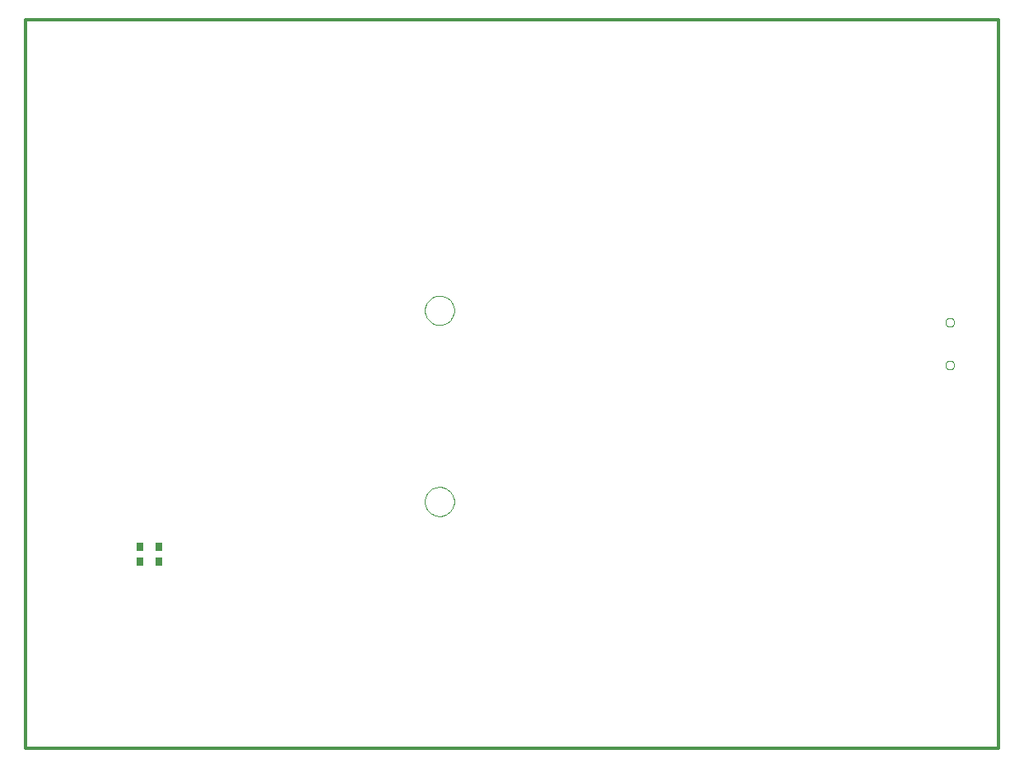
<source format=gbp>
G75*
G70*
%OFA0B0*%
%FSLAX24Y24*%
%IPPOS*%
%LPD*%
%AMOC8*
5,1,8,0,0,1.08239X$1,22.5*
%
%ADD10C,0.0120*%
%ADD11C,0.0000*%
%ADD12R,0.0315X0.0354*%
D10*
X002176Y005651D02*
X002176Y035179D01*
X041546Y035179D01*
X041546Y005651D01*
X002176Y005651D01*
D11*
X018335Y015651D02*
X018337Y015699D01*
X018343Y015747D01*
X018353Y015794D01*
X018366Y015840D01*
X018384Y015885D01*
X018404Y015929D01*
X018429Y015971D01*
X018457Y016010D01*
X018487Y016047D01*
X018521Y016081D01*
X018558Y016113D01*
X018596Y016142D01*
X018637Y016167D01*
X018680Y016189D01*
X018725Y016207D01*
X018771Y016221D01*
X018818Y016232D01*
X018866Y016239D01*
X018914Y016242D01*
X018962Y016241D01*
X019010Y016236D01*
X019058Y016227D01*
X019104Y016215D01*
X019149Y016198D01*
X019193Y016178D01*
X019235Y016155D01*
X019275Y016128D01*
X019313Y016098D01*
X019348Y016065D01*
X019380Y016029D01*
X019410Y015991D01*
X019436Y015950D01*
X019458Y015907D01*
X019478Y015863D01*
X019493Y015818D01*
X019505Y015771D01*
X019513Y015723D01*
X019517Y015675D01*
X019517Y015627D01*
X019513Y015579D01*
X019505Y015531D01*
X019493Y015484D01*
X019478Y015439D01*
X019458Y015395D01*
X019436Y015352D01*
X019410Y015311D01*
X019380Y015273D01*
X019348Y015237D01*
X019313Y015204D01*
X019275Y015174D01*
X019235Y015147D01*
X019193Y015124D01*
X019149Y015104D01*
X019104Y015087D01*
X019058Y015075D01*
X019010Y015066D01*
X018962Y015061D01*
X018914Y015060D01*
X018866Y015063D01*
X018818Y015070D01*
X018771Y015081D01*
X018725Y015095D01*
X018680Y015113D01*
X018637Y015135D01*
X018596Y015160D01*
X018558Y015189D01*
X018521Y015221D01*
X018487Y015255D01*
X018457Y015292D01*
X018429Y015331D01*
X018404Y015373D01*
X018384Y015417D01*
X018366Y015462D01*
X018353Y015508D01*
X018343Y015555D01*
X018337Y015603D01*
X018335Y015651D01*
X018335Y023401D02*
X018337Y023449D01*
X018343Y023497D01*
X018353Y023544D01*
X018366Y023590D01*
X018384Y023635D01*
X018404Y023679D01*
X018429Y023721D01*
X018457Y023760D01*
X018487Y023797D01*
X018521Y023831D01*
X018558Y023863D01*
X018596Y023892D01*
X018637Y023917D01*
X018680Y023939D01*
X018725Y023957D01*
X018771Y023971D01*
X018818Y023982D01*
X018866Y023989D01*
X018914Y023992D01*
X018962Y023991D01*
X019010Y023986D01*
X019058Y023977D01*
X019104Y023965D01*
X019149Y023948D01*
X019193Y023928D01*
X019235Y023905D01*
X019275Y023878D01*
X019313Y023848D01*
X019348Y023815D01*
X019380Y023779D01*
X019410Y023741D01*
X019436Y023700D01*
X019458Y023657D01*
X019478Y023613D01*
X019493Y023568D01*
X019505Y023521D01*
X019513Y023473D01*
X019517Y023425D01*
X019517Y023377D01*
X019513Y023329D01*
X019505Y023281D01*
X019493Y023234D01*
X019478Y023189D01*
X019458Y023145D01*
X019436Y023102D01*
X019410Y023061D01*
X019380Y023023D01*
X019348Y022987D01*
X019313Y022954D01*
X019275Y022924D01*
X019235Y022897D01*
X019193Y022874D01*
X019149Y022854D01*
X019104Y022837D01*
X019058Y022825D01*
X019010Y022816D01*
X018962Y022811D01*
X018914Y022810D01*
X018866Y022813D01*
X018818Y022820D01*
X018771Y022831D01*
X018725Y022845D01*
X018680Y022863D01*
X018637Y022885D01*
X018596Y022910D01*
X018558Y022939D01*
X018521Y022971D01*
X018487Y023005D01*
X018457Y023042D01*
X018429Y023081D01*
X018404Y023123D01*
X018384Y023167D01*
X018366Y023212D01*
X018353Y023258D01*
X018343Y023305D01*
X018337Y023353D01*
X018335Y023401D01*
X039414Y022917D02*
X039416Y022943D01*
X039422Y022969D01*
X039432Y022994D01*
X039445Y023017D01*
X039461Y023037D01*
X039481Y023055D01*
X039503Y023070D01*
X039526Y023082D01*
X039552Y023090D01*
X039578Y023094D01*
X039604Y023094D01*
X039630Y023090D01*
X039656Y023082D01*
X039680Y023070D01*
X039701Y023055D01*
X039721Y023037D01*
X039737Y023017D01*
X039750Y022994D01*
X039760Y022969D01*
X039766Y022943D01*
X039768Y022917D01*
X039766Y022891D01*
X039760Y022865D01*
X039750Y022840D01*
X039737Y022817D01*
X039721Y022797D01*
X039701Y022779D01*
X039679Y022764D01*
X039656Y022752D01*
X039630Y022744D01*
X039604Y022740D01*
X039578Y022740D01*
X039552Y022744D01*
X039526Y022752D01*
X039502Y022764D01*
X039481Y022779D01*
X039461Y022797D01*
X039445Y022817D01*
X039432Y022840D01*
X039422Y022865D01*
X039416Y022891D01*
X039414Y022917D01*
X039414Y021185D02*
X039416Y021211D01*
X039422Y021237D01*
X039432Y021262D01*
X039445Y021285D01*
X039461Y021305D01*
X039481Y021323D01*
X039503Y021338D01*
X039526Y021350D01*
X039552Y021358D01*
X039578Y021362D01*
X039604Y021362D01*
X039630Y021358D01*
X039656Y021350D01*
X039680Y021338D01*
X039701Y021323D01*
X039721Y021305D01*
X039737Y021285D01*
X039750Y021262D01*
X039760Y021237D01*
X039766Y021211D01*
X039768Y021185D01*
X039766Y021159D01*
X039760Y021133D01*
X039750Y021108D01*
X039737Y021085D01*
X039721Y021065D01*
X039701Y021047D01*
X039679Y021032D01*
X039656Y021020D01*
X039630Y021012D01*
X039604Y021008D01*
X039578Y021008D01*
X039552Y021012D01*
X039526Y021020D01*
X039502Y021032D01*
X039481Y021047D01*
X039461Y021065D01*
X039445Y021085D01*
X039432Y021108D01*
X039422Y021133D01*
X039416Y021159D01*
X039414Y021185D01*
D12*
X007551Y013826D03*
X007551Y013226D03*
X006801Y013226D03*
X006801Y013826D03*
M02*

</source>
